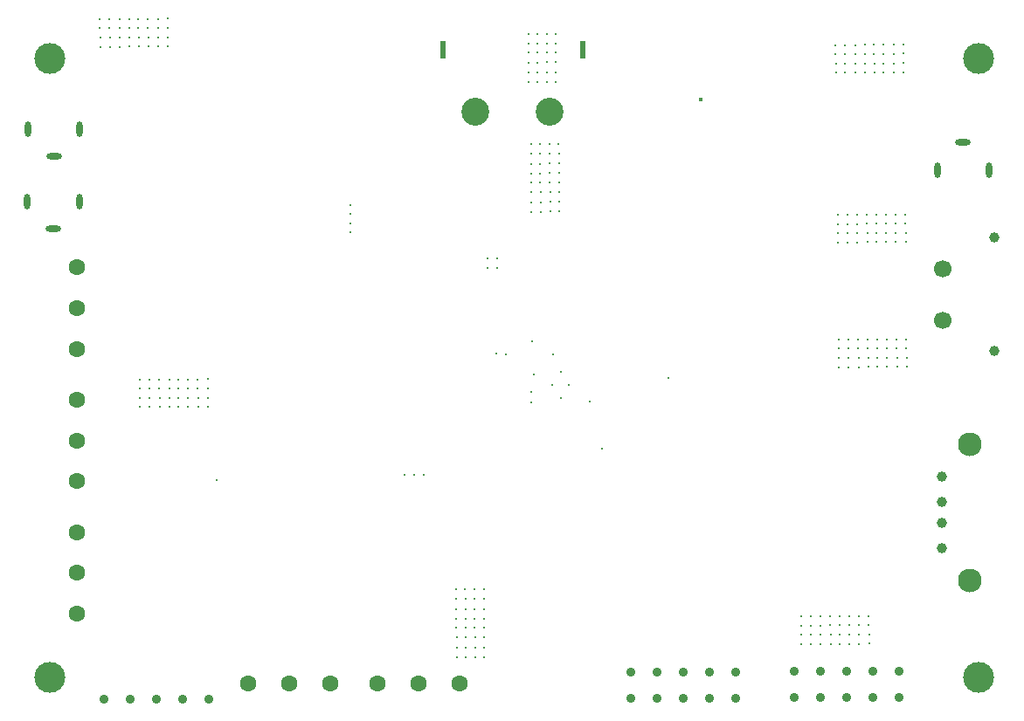
<source format=gbr>
%TF.GenerationSoftware,Altium Limited,Altium Designer,22.5.1 (42)*%
G04 Layer_Color=0*
%FSLAX44Y44*%
%MOMM*%
%TF.SameCoordinates,B102F14A-A54C-4FC6-BF91-0F17097562DF*%
%TF.FilePolarity,Positive*%
%TF.FileFunction,Plated,1,4,PTH,Drill*%
%TF.Part,Single*%
G01*
G75*
%TA.AperFunction,ComponentDrill*%
%ADD124C,1.7000*%
%ADD125C,1.0000*%
%ADD126C,0.2000*%
%ADD127C,1.6000*%
%ADD128O,1.5000X0.6000*%
%ADD129O,0.6000X1.5000*%
%ADD130C,0.9000*%
%ADD131C,2.3000*%
%ADD132C,2.7000*%
%ADD133R,0.6000X1.7000*%
%ADD134C,3.0000*%
%ADD135C,1.6000*%
%TA.AperFunction,ViaDrill,NotFilled*%
%ADD136C,0.3000*%
%ADD137C,0.4000*%
D124*
X415500Y46250D02*
D03*
Y96250D02*
D03*
D125*
X465500Y16250D02*
D03*
Y126250D02*
D03*
X414400Y-130300D02*
D03*
X414400Y-105300D02*
D03*
X414400Y-150300D02*
D03*
Y-175300D02*
D03*
D126*
X44750Y-3750D02*
D03*
Y-29250D02*
D03*
X37000Y-16500D02*
D03*
X52500D02*
D03*
D127*
X-423500Y-238700D02*
D03*
Y-159500D02*
D03*
Y-199100D02*
D03*
Y18300D02*
D03*
Y97500D02*
D03*
Y57900D02*
D03*
Y-110200D02*
D03*
Y-31000D02*
D03*
Y-70600D02*
D03*
D128*
X-446750Y134500D02*
D03*
X-446000Y204750D02*
D03*
X434750Y218500D02*
D03*
D129*
X-471750Y161500D02*
D03*
X-421750D02*
D03*
X-471000Y231750D02*
D03*
X-421000D02*
D03*
X459750Y191500D02*
D03*
X409750D02*
D03*
D130*
X113300Y-320400D02*
D03*
Y-295000D02*
D03*
X164100Y-320400D02*
D03*
Y-295000D02*
D03*
X214900Y-320400D02*
D03*
X189500D02*
D03*
Y-295000D02*
D03*
X214900D02*
D03*
X138700D02*
D03*
Y-320400D02*
D03*
X296500Y-319900D02*
D03*
Y-294500D02*
D03*
X372700D02*
D03*
X347300D02*
D03*
Y-319900D02*
D03*
X372700D02*
D03*
X321900Y-294500D02*
D03*
Y-319900D02*
D03*
X271100Y-294500D02*
D03*
Y-319900D02*
D03*
X-397800Y-321500D02*
D03*
X-347000Y-321500D02*
D03*
X-321600D02*
D03*
X-296200D02*
D03*
X-372400D02*
D03*
D131*
X441500Y-206000D02*
D03*
Y-74600D02*
D03*
D132*
X-37500Y248250D02*
D03*
X34500D02*
D03*
D133*
X-69000Y308250D02*
D03*
X66000D02*
D03*
D134*
X-450000Y300000D02*
D03*
X450000D02*
D03*
X-450000Y-300000D02*
D03*
X450000D02*
D03*
D135*
X-218250Y-306250D02*
D03*
X-257850D02*
D03*
X-178650D02*
D03*
X-92750Y-306500D02*
D03*
X-132350D02*
D03*
X-53150D02*
D03*
D136*
X-288500Y-108750D02*
D03*
X-38250Y-243250D02*
D03*
X-29500D02*
D03*
X-47500Y-243500D02*
D03*
X-56250D02*
D03*
X-38250Y-234000D02*
D03*
X-29500D02*
D03*
X-47500Y-234250D02*
D03*
X-56250D02*
D03*
X-38250Y-224250D02*
D03*
X-29500D02*
D03*
X-47500Y-224500D02*
D03*
X-56250D02*
D03*
X-38500Y-214750D02*
D03*
X-29750D02*
D03*
X-47750Y-215000D02*
D03*
X-56500D02*
D03*
X-56250Y-252250D02*
D03*
X-47500D02*
D03*
X-29500Y-252000D02*
D03*
X-38250D02*
D03*
X-56000Y-261750D02*
D03*
X-47250D02*
D03*
X-29250Y-261500D02*
D03*
X-38000D02*
D03*
X-56000Y-271500D02*
D03*
X-47250D02*
D03*
X-29250Y-271250D02*
D03*
X-38000D02*
D03*
X-56000Y-280750D02*
D03*
X-47250D02*
D03*
X-29250Y-280500D02*
D03*
X-38000D02*
D03*
X-325500Y-29250D02*
D03*
Y-38000D02*
D03*
X-325750Y-20000D02*
D03*
Y-11250D02*
D03*
X-316250Y-29250D02*
D03*
Y-38000D02*
D03*
X-316500Y-20000D02*
D03*
Y-11250D02*
D03*
X-306500Y-29250D02*
D03*
Y-38000D02*
D03*
X-306750Y-20000D02*
D03*
Y-11250D02*
D03*
X-297000Y-29000D02*
D03*
Y-37750D02*
D03*
X-297250Y-19750D02*
D03*
Y-11000D02*
D03*
X-334500Y-11250D02*
D03*
Y-20000D02*
D03*
X-334250Y-38000D02*
D03*
Y-29250D02*
D03*
X-344000Y-11500D02*
D03*
Y-20250D02*
D03*
X-343750Y-38250D02*
D03*
Y-29500D02*
D03*
X-353750Y-11500D02*
D03*
Y-20250D02*
D03*
X-353500Y-38250D02*
D03*
Y-29500D02*
D03*
X-363000Y-11500D02*
D03*
Y-20250D02*
D03*
X-362750Y-38250D02*
D03*
Y-29500D02*
D03*
X43000Y217250D02*
D03*
X16250Y217000D02*
D03*
X25000D02*
D03*
X34250Y217250D02*
D03*
X16500Y207500D02*
D03*
X25250D02*
D03*
X43250Y207750D02*
D03*
X34500D02*
D03*
X16500Y197750D02*
D03*
X25250D02*
D03*
X43250Y198000D02*
D03*
X34500D02*
D03*
Y180000D02*
D03*
X43250D02*
D03*
X25250Y179750D02*
D03*
X43250Y188750D02*
D03*
X16500Y179750D02*
D03*
X34750Y170500D02*
D03*
X43500D02*
D03*
X25500Y170250D02*
D03*
X16750D02*
D03*
X16500Y188500D02*
D03*
X25250D02*
D03*
X34500Y188750D02*
D03*
X25500Y151250D02*
D03*
X34750Y151500D02*
D03*
X43500D02*
D03*
X16750Y151250D02*
D03*
X34750Y160750D02*
D03*
X43500D02*
D03*
X25500Y160500D02*
D03*
X16750D02*
D03*
X-26000Y105750D02*
D03*
Y97000D02*
D03*
X-16250Y105750D02*
D03*
Y97000D02*
D03*
X84750Y-78500D02*
D03*
X31750Y277250D02*
D03*
X40500D02*
D03*
X22500Y277000D02*
D03*
X13750D02*
D03*
X31750Y286500D02*
D03*
X40500D02*
D03*
X22500Y286250D02*
D03*
X13750D02*
D03*
X31750Y296250D02*
D03*
X40500D02*
D03*
X22500Y296000D02*
D03*
X13750D02*
D03*
X31500Y305750D02*
D03*
X40250D02*
D03*
X22250Y305500D02*
D03*
X13500D02*
D03*
Y323500D02*
D03*
X22250D02*
D03*
X40250Y323750D02*
D03*
X31500D02*
D03*
X13500Y314250D02*
D03*
X22250D02*
D03*
X40250Y314500D02*
D03*
X31500D02*
D03*
X-335500Y311750D02*
D03*
X-354750Y311500D02*
D03*
X-364000D02*
D03*
X-401250Y311250D02*
D03*
X-345000Y311500D02*
D03*
X-372750D02*
D03*
X-382250Y311250D02*
D03*
X-392000D02*
D03*
X-355000Y329500D02*
D03*
X-354750Y320250D02*
D03*
X-345000D02*
D03*
X-335500Y320500D02*
D03*
X-345250Y329500D02*
D03*
X-335750Y329750D02*
D03*
Y338500D02*
D03*
X-355000Y338250D02*
D03*
X-345250D02*
D03*
X-373000Y329500D02*
D03*
X-392250Y329250D02*
D03*
X-392000Y320000D02*
D03*
X-372750Y320250D02*
D03*
X-392250Y338000D02*
D03*
X-401500Y329250D02*
D03*
X-382500D02*
D03*
Y338000D02*
D03*
X-364250Y329500D02*
D03*
Y338250D02*
D03*
X-373000D02*
D03*
X-401500Y338000D02*
D03*
X-401250Y320000D02*
D03*
X-382250D02*
D03*
X-364000Y320250D02*
D03*
X360750Y18750D02*
D03*
X370500D02*
D03*
X360750Y27500D02*
D03*
X380000Y27750D02*
D03*
Y19000D02*
D03*
X370500Y27500D02*
D03*
X370750Y750D02*
D03*
X361000Y9500D02*
D03*
Y750D02*
D03*
X380250Y9750D02*
D03*
Y1000D02*
D03*
X370750Y9500D02*
D03*
X351750D02*
D03*
X343000Y750D02*
D03*
Y9500D02*
D03*
X342750Y18750D02*
D03*
Y27500D02*
D03*
X351750Y750D02*
D03*
X351500Y27500D02*
D03*
Y18750D02*
D03*
X333500Y500D02*
D03*
X314250Y18500D02*
D03*
X323500D02*
D03*
X333250Y27250D02*
D03*
X314500Y9250D02*
D03*
Y500D02*
D03*
X323750Y9250D02*
D03*
X323500Y27250D02*
D03*
X333250Y18500D02*
D03*
X323750Y500D02*
D03*
X333500Y9250D02*
D03*
X314250Y27250D02*
D03*
X311500Y295000D02*
D03*
Y286250D02*
D03*
X311250Y304250D02*
D03*
Y313000D02*
D03*
X320750Y295000D02*
D03*
Y286250D02*
D03*
X320500Y304250D02*
D03*
Y313000D02*
D03*
X330500Y295000D02*
D03*
Y286250D02*
D03*
X330250Y304250D02*
D03*
Y313000D02*
D03*
X340000Y295250D02*
D03*
Y286500D02*
D03*
X339750Y304500D02*
D03*
Y313250D02*
D03*
X377000Y313500D02*
D03*
Y304750D02*
D03*
X377250Y286750D02*
D03*
Y295500D02*
D03*
X367500Y313250D02*
D03*
Y304500D02*
D03*
X367750Y286500D02*
D03*
Y295250D02*
D03*
X357750Y313250D02*
D03*
Y304500D02*
D03*
X358000Y286500D02*
D03*
Y295250D02*
D03*
X348500Y313250D02*
D03*
Y304500D02*
D03*
X348750Y286500D02*
D03*
Y295250D02*
D03*
X313500Y130250D02*
D03*
Y121500D02*
D03*
X313250Y139500D02*
D03*
Y148250D02*
D03*
X322750Y130250D02*
D03*
Y121500D02*
D03*
X322500Y139500D02*
D03*
Y148250D02*
D03*
X332500Y130250D02*
D03*
Y121500D02*
D03*
X332250Y139500D02*
D03*
Y148250D02*
D03*
X342000Y130500D02*
D03*
Y121750D02*
D03*
X341750Y139750D02*
D03*
Y148500D02*
D03*
X379000Y148750D02*
D03*
Y140000D02*
D03*
X379250Y122000D02*
D03*
Y130750D02*
D03*
X369500Y148500D02*
D03*
Y139750D02*
D03*
X369750Y121750D02*
D03*
Y130500D02*
D03*
X359750Y148500D02*
D03*
Y139750D02*
D03*
X360000Y121750D02*
D03*
Y130500D02*
D03*
X350500Y148500D02*
D03*
Y139750D02*
D03*
X350750Y121750D02*
D03*
Y130500D02*
D03*
X315250Y-259000D02*
D03*
Y-267750D02*
D03*
X315000Y-249750D02*
D03*
Y-241000D02*
D03*
X324500Y-259000D02*
D03*
Y-267750D02*
D03*
X324250Y-249750D02*
D03*
Y-241000D02*
D03*
X334250Y-259000D02*
D03*
Y-267750D02*
D03*
X334000Y-249750D02*
D03*
Y-241000D02*
D03*
X343750Y-258750D02*
D03*
Y-267500D02*
D03*
X343500Y-249500D02*
D03*
Y-240750D02*
D03*
X306250Y-241000D02*
D03*
Y-249750D02*
D03*
X306500Y-267750D02*
D03*
Y-259000D02*
D03*
X296750Y-241250D02*
D03*
Y-250000D02*
D03*
X297000Y-268000D02*
D03*
Y-259250D02*
D03*
X287000Y-241250D02*
D03*
Y-250000D02*
D03*
X287250Y-268000D02*
D03*
Y-259250D02*
D03*
X277750Y-241250D02*
D03*
Y-250000D02*
D03*
X278000Y-268000D02*
D03*
Y-259250D02*
D03*
X37250Y13000D02*
D03*
X149000Y-10000D02*
D03*
X73000Y-33000D02*
D03*
X-88000Y-104000D02*
D03*
X-96750Y-104250D02*
D03*
X-106500D02*
D03*
X16750Y-33750D02*
D03*
X16194Y-23043D02*
D03*
X19296Y-6366D02*
D03*
X-8417Y13142D02*
D03*
X-17167Y13392D02*
D03*
X17000Y25500D02*
D03*
X-158500Y140000D02*
D03*
Y131250D02*
D03*
X-158750Y149250D02*
D03*
Y158000D02*
D03*
D137*
X180750Y260250D02*
D03*
%TF.MD5,d273c9fd7e777700df2a7786dd1d490e*%
M02*

</source>
